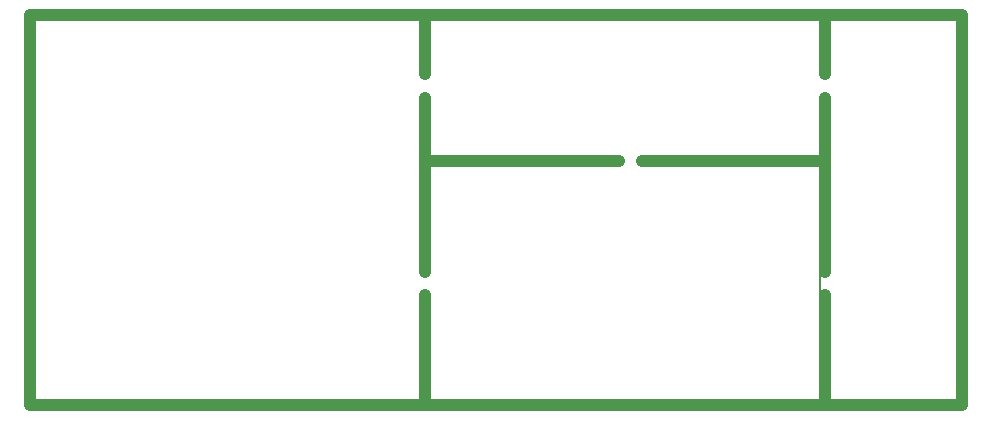
<source format=gbr>
G04 #@! TF.FileFunction,Profile,NP*
%FSLAX46Y46*%
G04 Gerber Fmt 4.6, Leading zero omitted, Abs format (unit mm)*
G04 Created by KiCad (PCBNEW 4.0.2+dfsg1-stable) date lun 28 gen 2019 08:35:01 CET*
%MOMM*%
G01*
G04 APERTURE LIST*
%ADD10C,0.100000*%
%ADD11C,1.000000*%
%ADD12C,0.150000*%
G04 APERTURE END LIST*
D10*
D11*
X135500000Y-99000000D02*
X135500000Y-108300000D01*
X135500000Y-82330280D02*
X135500000Y-97000000D01*
X135500000Y-75300000D02*
X135500000Y-80300000D01*
X120000000Y-87624920D02*
X135000000Y-87624920D01*
X101602540Y-87648480D02*
X118000000Y-87648480D01*
X101602540Y-99000000D02*
X101602540Y-108300000D01*
X101602540Y-82330280D02*
X101602540Y-97000000D01*
X101602540Y-75300000D02*
X101602540Y-80300000D01*
X147029105Y-108300000D02*
X147029105Y-75300000D01*
D12*
X135082816Y-107815096D02*
X135082816Y-87852680D01*
D11*
X68112640Y-75300000D02*
X68112640Y-108300000D01*
X147029105Y-75300000D02*
X68112640Y-75300000D01*
X68112640Y-108300000D02*
X147029105Y-108300000D01*
M02*

</source>
